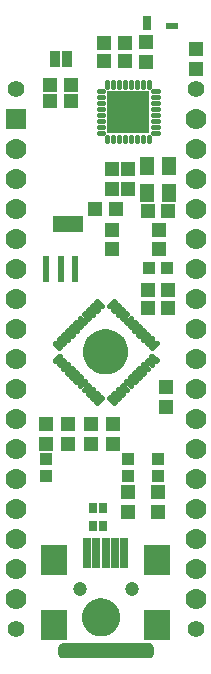
<source format=gts>
G75*
%MOIN*%
%OFA0B0*%
%FSLAX24Y24*%
%IPPOS*%
%LPD*%
%AMOC8*
5,1,8,0,0,1.08239X$1,22.5*
%
%ADD10C,0.0100*%
%ADD11C,0.0552*%
%ADD12R,0.0474X0.0513*%
%ADD13C,0.0860*%
%ADD14C,0.0480*%
%ADD15R,0.0513X0.0474*%
%ADD16R,0.0395X0.0395*%
%ADD17C,0.1000*%
%ADD18C,0.0151*%
%ADD19R,0.0700X0.0700*%
%ADD20C,0.0700*%
%ADD21R,0.0867X0.1025*%
%ADD22R,0.0277X0.0989*%
%ADD23C,0.0474*%
%ADD24R,0.0257X0.0356*%
%ADD25C,0.0157*%
%ADD26R,0.1417X0.1417*%
%ADD27R,0.0474X0.0474*%
%ADD28R,0.0493X0.0592*%
%ADD29R,0.0280X0.0480*%
%ADD30R,0.0400X0.0240*%
%ADD31R,0.0237X0.0867*%
%ADD32R,0.0330X0.0580*%
D10*
X017626Y015312D02*
X017609Y015342D01*
X017600Y015375D01*
X017600Y015525D01*
X017609Y015558D01*
X017626Y015588D01*
X017648Y015613D01*
X017676Y015633D01*
X017707Y015646D01*
X017741Y015652D01*
X017775Y015650D01*
X017731Y015650D01*
X017775Y015650D02*
X020575Y015650D01*
X020603Y015647D01*
X020629Y015638D01*
X020653Y015623D01*
X020673Y015603D01*
X020688Y015579D01*
X020697Y015553D01*
X020700Y015525D01*
X020700Y015375D01*
X020697Y015347D01*
X020688Y015321D01*
X020673Y015297D01*
X020653Y015277D01*
X020629Y015262D01*
X020603Y015253D01*
X020575Y015250D01*
X017775Y015250D01*
X017741Y015248D01*
X017707Y015254D01*
X017676Y015267D01*
X017648Y015287D01*
X017626Y015312D01*
X017606Y015354D02*
X020698Y015354D01*
X020700Y015453D02*
X017600Y015453D01*
X017608Y015551D02*
X020697Y015551D01*
X020611Y015256D02*
X017703Y015256D01*
D11*
X016150Y016150D03*
X022150Y016150D03*
X022150Y034150D03*
X016150Y034150D03*
D12*
X017315Y034300D03*
X017985Y034300D03*
X019900Y031485D03*
X019900Y030815D03*
X019485Y030150D03*
X018815Y030150D03*
X020565Y027450D03*
X021235Y027450D03*
X021150Y024235D03*
X021150Y023565D03*
X019400Y022985D03*
X019400Y022315D03*
X017900Y022315D03*
X017900Y022985D03*
X020500Y035065D03*
X020500Y035735D03*
D13*
X018803Y016550D02*
X018805Y016577D01*
X018811Y016604D01*
X018820Y016630D01*
X018833Y016654D01*
X018849Y016677D01*
X018868Y016696D01*
X018890Y016713D01*
X018914Y016727D01*
X018939Y016737D01*
X018966Y016744D01*
X018993Y016747D01*
X019021Y016746D01*
X019048Y016741D01*
X019074Y016733D01*
X019098Y016721D01*
X019121Y016705D01*
X019142Y016687D01*
X019159Y016666D01*
X019174Y016642D01*
X019185Y016617D01*
X019193Y016591D01*
X019197Y016564D01*
X019197Y016536D01*
X019193Y016509D01*
X019185Y016483D01*
X019174Y016458D01*
X019159Y016434D01*
X019142Y016413D01*
X019121Y016395D01*
X019099Y016379D01*
X019074Y016367D01*
X019048Y016359D01*
X019021Y016354D01*
X018993Y016353D01*
X018966Y016356D01*
X018939Y016363D01*
X018914Y016373D01*
X018890Y016387D01*
X018868Y016404D01*
X018849Y016423D01*
X018833Y016446D01*
X018820Y016470D01*
X018811Y016496D01*
X018805Y016523D01*
X018803Y016550D01*
D14*
X019000Y016550D03*
D15*
X019900Y020065D03*
X019900Y020735D03*
X020900Y020735D03*
X020900Y020065D03*
X018650Y022315D03*
X018650Y022985D03*
X017150Y022985D03*
X017150Y022315D03*
X020565Y026850D03*
X021235Y026850D03*
X021235Y030100D03*
X020565Y030100D03*
X019350Y030815D03*
X019350Y031485D03*
X017985Y033750D03*
X017315Y033750D03*
X019115Y035100D03*
X019115Y035700D03*
X019785Y035700D03*
X019785Y035100D03*
X022150Y034815D03*
X022150Y035485D03*
D16*
X021195Y028200D03*
X020605Y028200D03*
X020900Y021845D03*
X020900Y021255D03*
X019900Y021255D03*
X019900Y021845D03*
X017150Y021845D03*
X017150Y021255D03*
D17*
X018900Y025400D02*
X018902Y025431D01*
X018908Y025462D01*
X018918Y025492D01*
X018931Y025520D01*
X018948Y025547D01*
X018968Y025571D01*
X018991Y025593D01*
X019016Y025611D01*
X019044Y025626D01*
X019073Y025638D01*
X019103Y025646D01*
X019134Y025650D01*
X019166Y025650D01*
X019197Y025646D01*
X019227Y025638D01*
X019256Y025626D01*
X019284Y025611D01*
X019309Y025593D01*
X019332Y025571D01*
X019352Y025547D01*
X019369Y025520D01*
X019382Y025492D01*
X019392Y025462D01*
X019398Y025431D01*
X019400Y025400D01*
X019398Y025369D01*
X019392Y025338D01*
X019382Y025308D01*
X019369Y025280D01*
X019352Y025253D01*
X019332Y025229D01*
X019309Y025207D01*
X019284Y025189D01*
X019256Y025174D01*
X019227Y025162D01*
X019197Y025154D01*
X019166Y025150D01*
X019134Y025150D01*
X019103Y025154D01*
X019073Y025162D01*
X019044Y025174D01*
X019016Y025189D01*
X018991Y025207D01*
X018968Y025229D01*
X018948Y025253D01*
X018931Y025280D01*
X018918Y025308D01*
X018908Y025338D01*
X018902Y025369D01*
X018900Y025400D01*
D18*
X018164Y026081D02*
X018007Y026238D01*
X018034Y026265D01*
X018191Y026108D01*
X018164Y026081D01*
X018068Y026231D02*
X018014Y026231D01*
X017868Y026098D02*
X018025Y025941D01*
X017868Y026098D02*
X017895Y026125D01*
X018052Y025968D01*
X018025Y025941D01*
X017929Y026091D02*
X017875Y026091D01*
X017729Y025959D02*
X017886Y025802D01*
X017729Y025959D02*
X017756Y025986D01*
X017913Y025829D01*
X017886Y025802D01*
X017790Y025952D02*
X017736Y025952D01*
X017589Y025820D02*
X017746Y025663D01*
X017589Y025820D02*
X017616Y025847D01*
X017773Y025690D01*
X017746Y025663D01*
X017650Y025813D02*
X017596Y025813D01*
X017450Y025681D02*
X017607Y025524D01*
X017450Y025681D02*
X017477Y025708D01*
X017634Y025551D01*
X017607Y025524D01*
X017511Y025674D02*
X017457Y025674D01*
X017634Y025249D02*
X017477Y025092D01*
X017450Y025119D01*
X017607Y025276D01*
X017634Y025249D01*
X017627Y025242D02*
X017573Y025242D01*
X017773Y025110D02*
X017616Y024953D01*
X017589Y024980D01*
X017746Y025137D01*
X017773Y025110D01*
X017766Y025103D02*
X017712Y025103D01*
X017913Y024971D02*
X017756Y024814D01*
X017729Y024841D01*
X017886Y024998D01*
X017913Y024971D01*
X017906Y024964D02*
X017852Y024964D01*
X018052Y024832D02*
X017895Y024675D01*
X017868Y024702D01*
X018025Y024859D01*
X018052Y024832D01*
X018045Y024825D02*
X017991Y024825D01*
X018191Y024692D02*
X018034Y024535D01*
X018007Y024562D01*
X018164Y024719D01*
X018191Y024692D01*
X018184Y024685D02*
X018130Y024685D01*
X018330Y024553D02*
X018173Y024396D01*
X018146Y024423D01*
X018303Y024580D01*
X018330Y024553D01*
X018323Y024546D02*
X018269Y024546D01*
X018469Y024414D02*
X018312Y024257D01*
X018285Y024284D01*
X018442Y024441D01*
X018469Y024414D01*
X018462Y024407D02*
X018408Y024407D01*
X018609Y024275D02*
X018452Y024118D01*
X018425Y024145D01*
X018582Y024302D01*
X018609Y024275D01*
X018602Y024268D02*
X018548Y024268D01*
X018748Y024136D02*
X018591Y023979D01*
X018564Y024006D01*
X018721Y024163D01*
X018748Y024136D01*
X018741Y024129D02*
X018687Y024129D01*
X018887Y023996D02*
X018730Y023839D01*
X018703Y023866D01*
X018860Y024023D01*
X018887Y023996D01*
X018880Y023989D02*
X018826Y023989D01*
X019026Y023857D02*
X018869Y023700D01*
X018842Y023727D01*
X018999Y023884D01*
X019026Y023857D01*
X019019Y023850D02*
X018965Y023850D01*
X019301Y023884D02*
X019458Y023727D01*
X019431Y023700D01*
X019274Y023857D01*
X019301Y023884D01*
X019281Y023850D02*
X019335Y023850D01*
X019440Y024023D02*
X019597Y023866D01*
X019570Y023839D01*
X019413Y023996D01*
X019440Y024023D01*
X019420Y023989D02*
X019474Y023989D01*
X019579Y024163D02*
X019736Y024006D01*
X019709Y023979D01*
X019552Y024136D01*
X019579Y024163D01*
X019559Y024129D02*
X019613Y024129D01*
X019718Y024302D02*
X019875Y024145D01*
X019848Y024118D01*
X019691Y024275D01*
X019718Y024302D01*
X019698Y024268D02*
X019752Y024268D01*
X019858Y024441D02*
X020015Y024284D01*
X019988Y024257D01*
X019831Y024414D01*
X019858Y024441D01*
X019838Y024407D02*
X019892Y024407D01*
X019997Y024580D02*
X020154Y024423D01*
X020127Y024396D01*
X019970Y024553D01*
X019997Y024580D01*
X019977Y024546D02*
X020031Y024546D01*
X020136Y024719D02*
X020293Y024562D01*
X020266Y024535D01*
X020109Y024692D01*
X020136Y024719D01*
X020116Y024685D02*
X020170Y024685D01*
X020275Y024859D02*
X020432Y024702D01*
X020405Y024675D01*
X020248Y024832D01*
X020275Y024859D01*
X020255Y024825D02*
X020309Y024825D01*
X020414Y024998D02*
X020571Y024841D01*
X020544Y024814D01*
X020387Y024971D01*
X020414Y024998D01*
X020394Y024964D02*
X020448Y024964D01*
X020553Y025137D02*
X020710Y024980D01*
X020683Y024953D01*
X020526Y025110D01*
X020553Y025137D01*
X020533Y025103D02*
X020587Y025103D01*
X020693Y025276D02*
X020850Y025119D01*
X020823Y025092D01*
X020666Y025249D01*
X020693Y025276D01*
X020673Y025242D02*
X020727Y025242D01*
X020666Y025551D02*
X020823Y025708D01*
X020850Y025681D01*
X020693Y025524D01*
X020666Y025551D01*
X020789Y025674D02*
X020843Y025674D01*
X020683Y025847D02*
X020526Y025690D01*
X020683Y025847D02*
X020710Y025820D01*
X020553Y025663D01*
X020526Y025690D01*
X020649Y025813D02*
X020703Y025813D01*
X020544Y025986D02*
X020387Y025829D01*
X020544Y025986D02*
X020571Y025959D01*
X020414Y025802D01*
X020387Y025829D01*
X020510Y025952D02*
X020564Y025952D01*
X020405Y026125D02*
X020248Y025968D01*
X020405Y026125D02*
X020432Y026098D01*
X020275Y025941D01*
X020248Y025968D01*
X020371Y026091D02*
X020425Y026091D01*
X020266Y026265D02*
X020109Y026108D01*
X020266Y026265D02*
X020293Y026238D01*
X020136Y026081D01*
X020109Y026108D01*
X020232Y026231D02*
X020286Y026231D01*
X020127Y026404D02*
X019970Y026247D01*
X020127Y026404D02*
X020154Y026377D01*
X019997Y026220D01*
X019970Y026247D01*
X020093Y026370D02*
X020147Y026370D01*
X019988Y026543D02*
X019831Y026386D01*
X019988Y026543D02*
X020015Y026516D01*
X019858Y026359D01*
X019831Y026386D01*
X019954Y026509D02*
X020008Y026509D01*
X019848Y026682D02*
X019691Y026525D01*
X019848Y026682D02*
X019875Y026655D01*
X019718Y026498D01*
X019691Y026525D01*
X019814Y026648D02*
X019868Y026648D01*
X019709Y026821D02*
X019552Y026664D01*
X019709Y026821D02*
X019736Y026794D01*
X019579Y026637D01*
X019552Y026664D01*
X019675Y026787D02*
X019729Y026787D01*
X019570Y026960D02*
X019413Y026803D01*
X019570Y026960D02*
X019597Y026933D01*
X019440Y026776D01*
X019413Y026803D01*
X019536Y026926D02*
X019590Y026926D01*
X019431Y027100D02*
X019274Y026943D01*
X019431Y027100D02*
X019458Y027073D01*
X019301Y026916D01*
X019274Y026943D01*
X019397Y027066D02*
X019451Y027066D01*
X018999Y026916D02*
X018842Y027073D01*
X018869Y027100D01*
X019026Y026943D01*
X018999Y026916D01*
X018903Y027066D02*
X018849Y027066D01*
X018703Y026933D02*
X018860Y026776D01*
X018703Y026933D02*
X018730Y026960D01*
X018887Y026803D01*
X018860Y026776D01*
X018764Y026926D02*
X018710Y026926D01*
X018564Y026794D02*
X018721Y026637D01*
X018564Y026794D02*
X018591Y026821D01*
X018748Y026664D01*
X018721Y026637D01*
X018625Y026787D02*
X018571Y026787D01*
X018425Y026655D02*
X018582Y026498D01*
X018425Y026655D02*
X018452Y026682D01*
X018609Y026525D01*
X018582Y026498D01*
X018486Y026648D02*
X018432Y026648D01*
X018285Y026516D02*
X018442Y026359D01*
X018285Y026516D02*
X018312Y026543D01*
X018469Y026386D01*
X018442Y026359D01*
X018346Y026509D02*
X018292Y026509D01*
X018146Y026377D02*
X018303Y026220D01*
X018146Y026377D02*
X018173Y026404D01*
X018330Y026247D01*
X018303Y026220D01*
X018207Y026370D02*
X018153Y026370D01*
D19*
X016150Y033150D03*
D20*
X016150Y032150D03*
X016150Y031150D03*
X016150Y030150D03*
X016150Y029150D03*
X016150Y028150D03*
X016150Y027150D03*
X016150Y026150D03*
X016150Y025150D03*
X016150Y024150D03*
X016150Y023150D03*
X016150Y022150D03*
X016150Y021150D03*
X016150Y020150D03*
X016150Y019150D03*
X016150Y018150D03*
X016150Y017150D03*
X022150Y017150D03*
X022150Y018150D03*
X022150Y019150D03*
X022150Y020150D03*
X022150Y021150D03*
X022150Y022150D03*
X022150Y023150D03*
X022150Y024150D03*
X022150Y025150D03*
X022150Y026150D03*
X022150Y027150D03*
X022150Y028150D03*
X022150Y029150D03*
X022150Y030150D03*
X022150Y031150D03*
X022150Y032150D03*
X022150Y033150D03*
D21*
X020882Y018478D03*
X020882Y016313D03*
X017418Y016313D03*
X017418Y018478D03*
D22*
X018520Y018700D03*
X018835Y018700D03*
X019150Y018700D03*
X019465Y018700D03*
X019780Y018700D03*
D23*
X020016Y017494D03*
X018284Y017494D03*
D24*
X018743Y019595D03*
X019057Y019595D03*
X019057Y020205D03*
X018743Y020205D03*
D25*
X019211Y032416D02*
X019211Y032573D01*
X019073Y032711D02*
X018916Y032711D01*
X018916Y032908D02*
X019073Y032908D01*
X019073Y033105D02*
X018916Y033105D01*
X018916Y033302D02*
X019073Y033302D01*
X019073Y033498D02*
X018916Y033498D01*
X018916Y033695D02*
X019073Y033695D01*
X019073Y033892D02*
X018916Y033892D01*
X018916Y034089D02*
X019073Y034089D01*
X019211Y034227D02*
X019211Y034384D01*
X019408Y034384D02*
X019408Y034227D01*
X019605Y034227D02*
X019605Y034384D01*
X019802Y034384D02*
X019802Y034227D01*
X019998Y034227D02*
X019998Y034384D01*
X020195Y034384D02*
X020195Y034227D01*
X020392Y034227D02*
X020392Y034384D01*
X020589Y034384D02*
X020589Y034227D01*
X020727Y034089D02*
X020884Y034089D01*
X020884Y033892D02*
X020727Y033892D01*
X020727Y033695D02*
X020884Y033695D01*
X020884Y033498D02*
X020727Y033498D01*
X020727Y033302D02*
X020884Y033302D01*
X020884Y033105D02*
X020727Y033105D01*
X020727Y032908D02*
X020884Y032908D01*
X020884Y032711D02*
X020727Y032711D01*
X020589Y032573D02*
X020589Y032416D01*
X020392Y032416D02*
X020392Y032573D01*
X020195Y032573D02*
X020195Y032416D01*
X019998Y032416D02*
X019998Y032573D01*
X019802Y032573D02*
X019802Y032416D01*
X019605Y032416D02*
X019605Y032573D01*
X019408Y032573D02*
X019408Y032416D01*
D26*
X019900Y033400D03*
D27*
X019363Y029465D03*
X019363Y028835D03*
X020937Y028835D03*
X020937Y029465D03*
D28*
X021264Y030697D03*
X020536Y030697D03*
X020536Y031603D03*
X021264Y031603D03*
D29*
X020546Y036347D03*
D30*
X021373Y036248D03*
D31*
X018122Y028150D03*
X017650Y028150D03*
X017178Y028150D03*
D32*
X017580Y029650D03*
X017900Y029650D03*
X018220Y029650D03*
X017850Y035150D03*
X017450Y035150D03*
M02*

</source>
